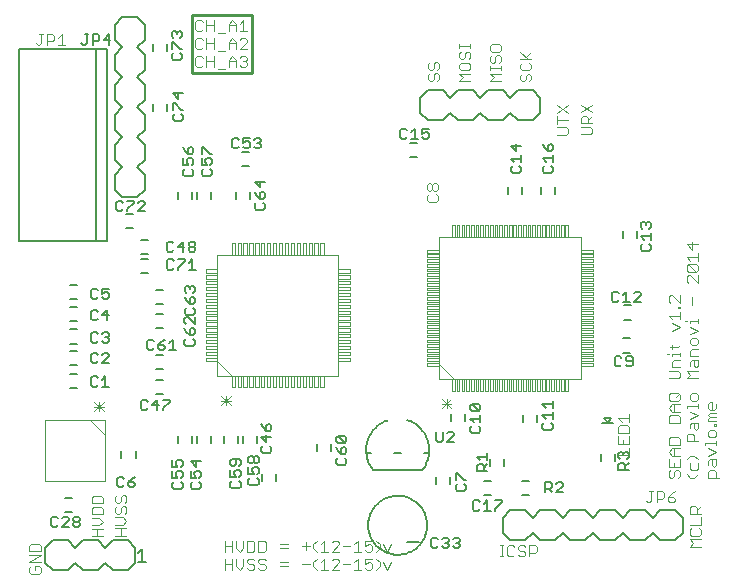
<source format=gto>
G75*
%MOIN*%
%OFA0B0*%
%FSLAX24Y24*%
%IPPOS*%
%LPD*%
%AMOC8*
5,1,8,0,0,1.08239X$1,22.5*
%
%ADD10C,0.0030*%
%ADD11C,0.0100*%
%ADD12C,0.0000*%
%ADD13C,0.0060*%
%ADD14C,0.0080*%
%ADD15C,0.0050*%
%ADD16C,0.0040*%
D10*
X000557Y000549D02*
X000803Y000549D01*
X000865Y000611D01*
X000865Y000734D01*
X000803Y000796D01*
X000680Y000796D01*
X000680Y000672D01*
X000557Y000549D02*
X000495Y000611D01*
X000495Y000734D01*
X000557Y000796D01*
X000495Y000917D02*
X000865Y001164D01*
X000495Y001164D01*
X000495Y001286D02*
X000495Y001471D01*
X000557Y001533D01*
X000803Y001533D01*
X000865Y001471D01*
X000865Y001286D01*
X000495Y001286D01*
X000495Y000917D02*
X000865Y000917D01*
X002570Y001785D02*
X002940Y001785D01*
X002755Y001785D02*
X002755Y002032D01*
X002817Y002154D02*
X002570Y002154D01*
X002570Y002032D02*
X002940Y002032D01*
X002817Y002154D02*
X002940Y002277D01*
X002817Y002400D01*
X002570Y002400D01*
X002570Y002522D02*
X002570Y002707D01*
X002631Y002769D01*
X002878Y002769D01*
X002940Y002707D01*
X002940Y002522D01*
X002570Y002522D01*
X002570Y002890D02*
X002570Y003075D01*
X002631Y003137D01*
X002878Y003137D01*
X002940Y003075D01*
X002940Y002890D01*
X002570Y002890D01*
X003361Y002976D02*
X003423Y002914D01*
X003484Y002914D01*
X003546Y002976D01*
X003546Y003099D01*
X003608Y003161D01*
X003670Y003161D01*
X003731Y003099D01*
X003731Y002976D01*
X003670Y002914D01*
X003670Y002792D02*
X003731Y002731D01*
X003731Y002607D01*
X003670Y002545D01*
X003608Y002424D02*
X003361Y002424D01*
X003423Y002545D02*
X003361Y002607D01*
X003361Y002731D01*
X003423Y002792D01*
X003546Y002731D02*
X003608Y002792D01*
X003670Y002792D01*
X003546Y002731D02*
X003546Y002607D01*
X003484Y002545D01*
X003423Y002545D01*
X003608Y002424D02*
X003731Y002301D01*
X003608Y002177D01*
X003361Y002177D01*
X003361Y002056D02*
X003731Y002056D01*
X003546Y002056D02*
X003546Y001809D01*
X003731Y001809D02*
X003361Y001809D01*
X003361Y002976D02*
X003361Y003099D01*
X003423Y003161D01*
X002967Y005951D02*
X002653Y006265D01*
X002653Y006108D02*
X002967Y006108D01*
X002967Y006265D02*
X002653Y005951D01*
X002810Y005951D02*
X002810Y006265D01*
X006893Y006312D02*
X007207Y006312D01*
X007207Y006469D02*
X006893Y006155D01*
X007050Y006155D02*
X007050Y006469D01*
X006893Y006469D02*
X007207Y006155D01*
X007260Y001645D02*
X007260Y001275D01*
X007382Y001398D02*
X007505Y001275D01*
X007628Y001398D01*
X007628Y001645D01*
X007750Y001645D02*
X007935Y001645D01*
X007997Y001584D01*
X007997Y001337D01*
X007935Y001275D01*
X007750Y001275D01*
X007750Y001645D01*
X007382Y001645D02*
X007382Y001398D01*
X007260Y001460D02*
X007013Y001460D01*
X007013Y001275D02*
X007013Y001645D01*
X007013Y001045D02*
X007013Y000675D01*
X007013Y000860D02*
X007260Y000860D01*
X007382Y000798D02*
X007505Y000675D01*
X007628Y000798D01*
X007628Y001045D01*
X007750Y000984D02*
X007750Y000922D01*
X007812Y000860D01*
X007935Y000860D01*
X007997Y000798D01*
X007997Y000737D01*
X007935Y000675D01*
X007812Y000675D01*
X007750Y000737D01*
X007382Y000798D02*
X007382Y001045D01*
X007260Y001045D02*
X007260Y000675D01*
X007750Y000984D02*
X007812Y001045D01*
X007935Y001045D01*
X007997Y000984D01*
X008118Y000984D02*
X008118Y000922D01*
X008180Y000860D01*
X008303Y000860D01*
X008365Y000798D01*
X008365Y000737D01*
X008303Y000675D01*
X008180Y000675D01*
X008118Y000737D01*
X008118Y000984D02*
X008180Y001045D01*
X008303Y001045D01*
X008365Y000984D01*
X008303Y001275D02*
X008118Y001275D01*
X008118Y001645D01*
X008303Y001645D01*
X008365Y001584D01*
X008365Y001337D01*
X008303Y001275D01*
X008855Y001398D02*
X009102Y001398D01*
X009102Y001522D02*
X008855Y001522D01*
X008855Y000922D02*
X009102Y000922D01*
X009102Y000798D02*
X008855Y000798D01*
X009591Y000860D02*
X009838Y000860D01*
X009960Y000798D02*
X010083Y000675D01*
X010205Y000675D02*
X010452Y000675D01*
X010574Y000675D02*
X010821Y000922D01*
X010821Y000984D01*
X010759Y001045D01*
X010635Y001045D01*
X010574Y000984D01*
X010329Y001045D02*
X010205Y000922D01*
X010083Y001045D02*
X009960Y000922D01*
X009960Y000798D01*
X010329Y000675D02*
X010329Y001045D01*
X010329Y001275D02*
X010329Y001645D01*
X010205Y001522D01*
X010083Y001645D02*
X009960Y001522D01*
X009960Y001398D01*
X010083Y001275D01*
X010205Y001275D02*
X010452Y001275D01*
X010574Y001275D02*
X010821Y001522D01*
X010821Y001584D01*
X010759Y001645D01*
X010635Y001645D01*
X010574Y001584D01*
X010574Y001275D02*
X010821Y001275D01*
X010942Y001460D02*
X011189Y001460D01*
X011310Y001522D02*
X011434Y001645D01*
X011434Y001275D01*
X011557Y001275D02*
X011310Y001275D01*
X011434Y001045D02*
X011434Y000675D01*
X011557Y000675D02*
X011310Y000675D01*
X011189Y000860D02*
X010942Y000860D01*
X010821Y000675D02*
X010574Y000675D01*
X011310Y000922D02*
X011434Y001045D01*
X011679Y001045D02*
X011679Y000860D01*
X011802Y000922D01*
X011864Y000922D01*
X011925Y000860D01*
X011925Y000737D01*
X011864Y000675D01*
X011740Y000675D01*
X011679Y000737D01*
X012047Y000675D02*
X012170Y000798D01*
X012170Y000922D01*
X012047Y001045D01*
X011925Y001045D02*
X011679Y001045D01*
X011740Y001275D02*
X011679Y001337D01*
X011740Y001275D02*
X011864Y001275D01*
X011925Y001337D01*
X011925Y001460D01*
X011864Y001522D01*
X011802Y001522D01*
X011679Y001460D01*
X011679Y001645D01*
X011925Y001645D01*
X012047Y001645D02*
X012170Y001522D01*
X012170Y001398D01*
X012047Y001275D01*
X012292Y001522D02*
X012416Y001275D01*
X012539Y001522D01*
X012539Y000922D02*
X012416Y000675D01*
X012292Y000922D01*
X009838Y001460D02*
X009591Y001460D01*
X009715Y001337D02*
X009715Y001584D01*
X014243Y006055D02*
X014557Y006369D01*
X014557Y006212D02*
X014243Y006212D01*
X014243Y006369D02*
X014557Y006055D01*
X014400Y006055D02*
X014400Y006369D01*
X020110Y005730D02*
X020480Y005730D01*
X020480Y005607D02*
X020480Y005854D01*
X020233Y005607D02*
X020110Y005730D01*
X020171Y005485D02*
X020110Y005424D01*
X020110Y005238D01*
X020480Y005238D01*
X020480Y005424D01*
X020418Y005485D01*
X020171Y005485D01*
X020110Y005117D02*
X020110Y004870D01*
X020480Y004870D01*
X020480Y005117D01*
X020295Y004993D02*
X020295Y004870D01*
X020480Y004749D02*
X020480Y004502D01*
X020110Y004502D01*
X021162Y003289D02*
X021285Y003289D01*
X021223Y003289D02*
X021223Y002981D01*
X021162Y002919D01*
X021100Y002919D01*
X021038Y002981D01*
X021407Y003043D02*
X021592Y003043D01*
X021653Y003104D01*
X021653Y003228D01*
X021592Y003289D01*
X021407Y003289D01*
X021407Y002919D01*
X021775Y002981D02*
X021837Y002919D01*
X021960Y002919D01*
X022022Y002981D01*
X022022Y003043D01*
X021960Y003104D01*
X021775Y003104D01*
X021775Y002981D01*
X021775Y003104D02*
X021898Y003228D01*
X022022Y003289D01*
X022111Y003738D02*
X022173Y003800D01*
X022173Y003923D01*
X022111Y003985D01*
X022050Y003985D01*
X021988Y003923D01*
X021988Y003800D01*
X021926Y003738D01*
X021864Y003738D01*
X021803Y003800D01*
X021803Y003923D01*
X021864Y003985D01*
X021803Y004106D02*
X022173Y004106D01*
X022173Y004353D01*
X022173Y004475D02*
X021926Y004475D01*
X021803Y004598D01*
X021926Y004721D01*
X022173Y004721D01*
X022173Y004843D02*
X022173Y005028D01*
X022111Y005090D01*
X021864Y005090D01*
X021803Y005028D01*
X021803Y004843D01*
X022173Y004843D01*
X021988Y004721D02*
X021988Y004475D01*
X021803Y004353D02*
X021803Y004106D01*
X021988Y004106D02*
X021988Y004230D01*
X022403Y004352D02*
X022526Y004475D01*
X022650Y004475D01*
X022773Y004352D01*
X022773Y004230D02*
X022773Y004045D01*
X022711Y003984D01*
X022588Y003984D01*
X022526Y004045D01*
X022526Y004230D01*
X022403Y003861D02*
X022526Y003738D01*
X022650Y003738D01*
X022773Y003861D01*
X023126Y003923D02*
X023126Y003738D01*
X023496Y003738D01*
X023373Y003738D02*
X023373Y003923D01*
X023311Y003985D01*
X023188Y003985D01*
X023126Y003923D01*
X023126Y004168D02*
X023126Y004291D01*
X023188Y004353D01*
X023373Y004353D01*
X023373Y004168D01*
X023311Y004106D01*
X023250Y004168D01*
X023250Y004353D01*
X023126Y004475D02*
X023373Y004598D01*
X023126Y004721D01*
X023003Y004843D02*
X023003Y004905D01*
X023373Y004905D01*
X023373Y004966D02*
X023373Y004843D01*
X023311Y005088D02*
X023188Y005088D01*
X023126Y005150D01*
X023126Y005274D01*
X023188Y005335D01*
X023311Y005335D01*
X023373Y005274D01*
X023373Y005150D01*
X023311Y005088D01*
X023311Y005457D02*
X023311Y005519D01*
X023373Y005519D01*
X023373Y005457D01*
X023311Y005457D01*
X023373Y005641D02*
X023126Y005641D01*
X023126Y005703D01*
X023188Y005764D01*
X023126Y005826D01*
X023188Y005888D01*
X023373Y005888D01*
X023373Y005764D02*
X023188Y005764D01*
X023188Y006009D02*
X023126Y006071D01*
X023126Y006194D01*
X023188Y006256D01*
X023250Y006256D01*
X023250Y006009D01*
X023311Y006009D02*
X023188Y006009D01*
X023311Y006009D02*
X023373Y006071D01*
X023373Y006194D01*
X022773Y006194D02*
X022773Y006071D01*
X022773Y006132D02*
X022403Y006132D01*
X022403Y006071D01*
X022526Y005949D02*
X022773Y005826D01*
X022526Y005702D01*
X022588Y005581D02*
X022526Y005519D01*
X022526Y005396D01*
X022650Y005396D02*
X022650Y005581D01*
X022588Y005581D02*
X022773Y005581D01*
X022773Y005396D01*
X022711Y005334D01*
X022650Y005396D01*
X022588Y005213D02*
X022464Y005213D01*
X022403Y005151D01*
X022403Y004966D01*
X022773Y004966D01*
X022650Y004966D02*
X022650Y005151D01*
X022588Y005213D01*
X022173Y005580D02*
X022173Y005765D01*
X022111Y005826D01*
X021864Y005826D01*
X021803Y005765D01*
X021803Y005580D01*
X022173Y005580D01*
X022173Y005948D02*
X021926Y005948D01*
X021803Y006071D01*
X021926Y006195D01*
X022173Y006195D01*
X022111Y006316D02*
X021864Y006316D01*
X021803Y006378D01*
X021803Y006501D01*
X021864Y006563D01*
X022111Y006563D01*
X022173Y006501D01*
X022173Y006378D01*
X022111Y006316D01*
X022050Y006440D02*
X022173Y006563D01*
X022526Y006501D02*
X022526Y006378D01*
X022588Y006316D01*
X022711Y006316D01*
X022773Y006378D01*
X022773Y006501D01*
X022711Y006563D01*
X022588Y006563D01*
X022526Y006501D01*
X021988Y006195D02*
X021988Y005948D01*
X022111Y007053D02*
X021803Y007053D01*
X021803Y007300D02*
X022111Y007300D01*
X022173Y007238D01*
X022173Y007115D01*
X022111Y007053D01*
X022403Y007053D02*
X022526Y007176D01*
X022403Y007300D01*
X022773Y007300D01*
X022711Y007421D02*
X022650Y007483D01*
X022650Y007668D01*
X022588Y007668D02*
X022773Y007668D01*
X022773Y007483D01*
X022711Y007421D01*
X022526Y007483D02*
X022526Y007606D01*
X022588Y007668D01*
X022526Y007789D02*
X022773Y007789D01*
X022526Y007789D02*
X022526Y007975D01*
X022588Y008036D01*
X022773Y008036D01*
X022711Y008158D02*
X022773Y008219D01*
X022773Y008343D01*
X022711Y008405D01*
X022588Y008405D01*
X022526Y008343D01*
X022526Y008219D01*
X022588Y008158D01*
X022711Y008158D01*
X022526Y008526D02*
X022773Y008650D01*
X022526Y008773D01*
X022526Y008894D02*
X022526Y008956D01*
X022773Y008956D01*
X022773Y008894D02*
X022773Y009018D01*
X022403Y008956D02*
X022341Y008956D01*
X022173Y009017D02*
X022173Y009264D01*
X022173Y009385D02*
X022173Y009447D01*
X022111Y009447D01*
X022111Y009385D01*
X022173Y009385D01*
X022173Y009570D02*
X021926Y009817D01*
X021864Y009817D01*
X021803Y009755D01*
X021803Y009631D01*
X021864Y009570D01*
X022173Y009570D02*
X022173Y009817D01*
X022588Y009755D02*
X022588Y009508D01*
X022173Y009141D02*
X021803Y009141D01*
X021926Y009017D01*
X021926Y008896D02*
X022173Y008772D01*
X021926Y008649D01*
X021926Y008158D02*
X021926Y008035D01*
X021864Y008097D02*
X022111Y008097D01*
X022173Y008158D01*
X022173Y007913D02*
X022173Y007789D01*
X022173Y007851D02*
X021926Y007851D01*
X021926Y007789D01*
X021988Y007668D02*
X022173Y007668D01*
X021988Y007668D02*
X021926Y007606D01*
X021926Y007421D01*
X022173Y007421D01*
X022403Y007053D02*
X022773Y007053D01*
X021803Y007851D02*
X021741Y007851D01*
X022464Y010245D02*
X022403Y010307D01*
X022403Y010430D01*
X022464Y010492D01*
X022526Y010492D01*
X022773Y010245D01*
X022773Y010492D01*
X022711Y010613D02*
X022464Y010613D01*
X022403Y010675D01*
X022403Y010798D01*
X022464Y010860D01*
X022711Y010613D01*
X022773Y010675D01*
X022773Y010798D01*
X022711Y010860D01*
X022464Y010860D01*
X022526Y010982D02*
X022403Y011105D01*
X022773Y011105D01*
X022773Y010982D02*
X022773Y011228D01*
X022588Y011350D02*
X022588Y011597D01*
X022773Y011535D02*
X022403Y011535D01*
X022588Y011350D01*
X019185Y015187D02*
X018877Y015187D01*
X018877Y015434D02*
X019185Y015434D01*
X019247Y015372D01*
X019247Y015249D01*
X019185Y015187D01*
X019124Y015555D02*
X019124Y015740D01*
X019062Y015802D01*
X018938Y015802D01*
X018877Y015740D01*
X018877Y015555D01*
X019247Y015555D01*
X019124Y015679D02*
X019247Y015802D01*
X019247Y015923D02*
X018877Y016170D01*
X018877Y015923D02*
X019247Y016170D01*
X018448Y016155D02*
X018078Y015908D01*
X018078Y015786D02*
X018078Y015539D01*
X018078Y015418D02*
X018386Y015418D01*
X018448Y015356D01*
X018448Y015233D01*
X018386Y015171D01*
X018078Y015171D01*
X018078Y015663D02*
X018448Y015663D01*
X018448Y015908D02*
X018078Y016155D01*
X017223Y017024D02*
X017162Y016962D01*
X017223Y017024D02*
X017223Y017148D01*
X017162Y017209D01*
X017100Y017209D01*
X017038Y017148D01*
X017038Y017024D01*
X016977Y016962D01*
X016915Y016962D01*
X016853Y017024D01*
X016853Y017148D01*
X016915Y017209D01*
X016915Y017331D02*
X017162Y017331D01*
X017223Y017392D01*
X017223Y017516D01*
X017162Y017578D01*
X017223Y017699D02*
X016853Y017699D01*
X016915Y017578D02*
X016853Y017516D01*
X016853Y017392D01*
X016915Y017331D01*
X017100Y017699D02*
X016853Y017946D01*
X017038Y017761D02*
X017223Y017946D01*
X016216Y018006D02*
X016154Y017945D01*
X015907Y017945D01*
X015845Y018006D01*
X015845Y018130D01*
X015907Y018191D01*
X016154Y018191D01*
X016216Y018130D01*
X016216Y018006D01*
X016154Y017823D02*
X016216Y017761D01*
X016216Y017638D01*
X016154Y017576D01*
X016216Y017454D02*
X016216Y017331D01*
X016216Y017392D02*
X015845Y017392D01*
X015845Y017331D02*
X015845Y017454D01*
X015907Y017576D02*
X015969Y017576D01*
X016030Y017638D01*
X016030Y017761D01*
X016092Y017823D01*
X016154Y017823D01*
X015907Y017823D02*
X015845Y017761D01*
X015845Y017638D01*
X015907Y017576D01*
X015845Y017209D02*
X016216Y017209D01*
X016216Y016962D02*
X015845Y016962D01*
X015969Y017086D01*
X015845Y017209D01*
X015196Y017209D02*
X014826Y017209D01*
X014949Y017086D01*
X014826Y016962D01*
X015196Y016962D01*
X015134Y017331D02*
X014887Y017331D01*
X014826Y017392D01*
X014826Y017516D01*
X014887Y017578D01*
X015134Y017578D01*
X015196Y017516D01*
X015196Y017392D01*
X015134Y017331D01*
X015134Y017699D02*
X015196Y017761D01*
X015196Y017884D01*
X015134Y017946D01*
X015072Y017946D01*
X015011Y017884D01*
X015011Y017761D01*
X014949Y017699D01*
X014887Y017699D01*
X014826Y017761D01*
X014826Y017884D01*
X014887Y017946D01*
X014826Y018067D02*
X014826Y018191D01*
X014826Y018129D02*
X015196Y018129D01*
X015196Y018067D02*
X015196Y018191D01*
X014153Y017528D02*
X014153Y017404D01*
X014091Y017343D01*
X014091Y017221D02*
X014029Y017221D01*
X013967Y017159D01*
X013967Y017036D01*
X013906Y016974D01*
X013844Y016974D01*
X013782Y017036D01*
X013782Y017159D01*
X013844Y017221D01*
X013844Y017343D02*
X013782Y017404D01*
X013782Y017528D01*
X013844Y017589D01*
X013967Y017528D02*
X014029Y017589D01*
X014091Y017589D01*
X014153Y017528D01*
X013967Y017528D02*
X013967Y017404D01*
X013906Y017343D01*
X013844Y017343D01*
X014091Y017221D02*
X014153Y017159D01*
X014153Y017036D01*
X014091Y016974D01*
X007749Y017497D02*
X007687Y017435D01*
X007564Y017435D01*
X007502Y017497D01*
X007381Y017435D02*
X007381Y017682D01*
X007257Y017805D01*
X007134Y017682D01*
X007134Y017435D01*
X007013Y017373D02*
X006766Y017373D01*
X006644Y017435D02*
X006644Y017805D01*
X006644Y017620D02*
X006397Y017620D01*
X006276Y017497D02*
X006214Y017435D01*
X006091Y017435D01*
X006029Y017497D01*
X006029Y017743D01*
X006091Y017805D01*
X006214Y017805D01*
X006276Y017743D01*
X006397Y017805D02*
X006397Y017435D01*
X006766Y017973D02*
X007013Y017973D01*
X007134Y018035D02*
X007134Y018282D01*
X007257Y018405D01*
X007381Y018282D01*
X007381Y018035D01*
X007502Y018035D02*
X007749Y018282D01*
X007749Y018343D01*
X007687Y018405D01*
X007564Y018405D01*
X007502Y018343D01*
X007381Y018220D02*
X007134Y018220D01*
X007013Y018573D02*
X006766Y018573D01*
X006644Y018635D02*
X006644Y019005D01*
X006644Y018820D02*
X006397Y018820D01*
X006276Y018697D02*
X006214Y018635D01*
X006091Y018635D01*
X006029Y018697D01*
X006029Y018943D01*
X006091Y019005D01*
X006214Y019005D01*
X006276Y018943D01*
X006397Y019005D02*
X006397Y018635D01*
X006397Y018405D02*
X006397Y018035D01*
X006276Y018097D02*
X006214Y018035D01*
X006091Y018035D01*
X006029Y018097D01*
X006029Y018343D01*
X006091Y018405D01*
X006214Y018405D01*
X006276Y018343D01*
X006397Y018220D02*
X006644Y018220D01*
X006644Y018405D02*
X006644Y018035D01*
X007134Y017620D02*
X007381Y017620D01*
X007502Y017743D02*
X007564Y017805D01*
X007687Y017805D01*
X007749Y017743D01*
X007749Y017682D01*
X007687Y017620D01*
X007749Y017558D01*
X007749Y017497D01*
X007687Y017620D02*
X007626Y017620D01*
X007749Y018035D02*
X007502Y018035D01*
X007502Y018635D02*
X007749Y018635D01*
X007626Y018635D02*
X007626Y019005D01*
X007502Y018882D01*
X007381Y018882D02*
X007381Y018635D01*
X007381Y018820D02*
X007134Y018820D01*
X007134Y018882D02*
X007257Y019005D01*
X007381Y018882D01*
X007134Y018882D02*
X007134Y018635D01*
X001689Y018161D02*
X001442Y018161D01*
X001566Y018161D02*
X001566Y018531D01*
X001442Y018408D01*
X001321Y018469D02*
X001321Y018346D01*
X001259Y018284D01*
X001074Y018284D01*
X001074Y018161D02*
X001074Y018531D01*
X001259Y018531D01*
X001321Y018469D01*
X000952Y018531D02*
X000829Y018531D01*
X000891Y018531D02*
X000891Y018223D01*
X000829Y018161D01*
X000767Y018161D01*
X000706Y018223D01*
X016171Y001490D02*
X016294Y001490D01*
X016232Y001490D02*
X016232Y001120D01*
X016171Y001120D02*
X016294Y001120D01*
X016416Y001182D02*
X016478Y001120D01*
X016601Y001120D01*
X016663Y001182D01*
X016785Y001182D02*
X016846Y001120D01*
X016970Y001120D01*
X017031Y001182D01*
X017031Y001243D01*
X016970Y001305D01*
X016846Y001305D01*
X016785Y001367D01*
X016785Y001428D01*
X016846Y001490D01*
X016970Y001490D01*
X017031Y001428D01*
X017153Y001490D02*
X017338Y001490D01*
X017400Y001428D01*
X017400Y001305D01*
X017338Y001243D01*
X017153Y001243D01*
X017153Y001120D02*
X017153Y001490D01*
X016663Y001428D02*
X016601Y001490D01*
X016478Y001490D01*
X016416Y001428D01*
X016416Y001182D01*
X022499Y001439D02*
X022622Y001562D01*
X022499Y001686D01*
X022869Y001686D01*
X022807Y001807D02*
X022560Y001807D01*
X022499Y001869D01*
X022499Y001992D01*
X022560Y002054D01*
X022499Y002175D02*
X022869Y002175D01*
X022869Y002422D01*
X022869Y002544D02*
X022499Y002544D01*
X022499Y002729D01*
X022560Y002791D01*
X022684Y002791D01*
X022746Y002729D01*
X022746Y002544D01*
X022746Y002667D02*
X022869Y002791D01*
X022807Y002054D02*
X022869Y001992D01*
X022869Y001869D01*
X022807Y001807D01*
X022869Y001439D02*
X022499Y001439D01*
D11*
X007900Y017231D02*
X005927Y017231D01*
X005927Y019160D01*
X006034Y019160D01*
X006034Y019156D01*
X006034Y019160D02*
X007904Y019160D01*
X007900Y017231D01*
D12*
X014160Y011770D02*
X014160Y007050D01*
X018880Y007050D01*
X018880Y011770D01*
X014160Y011770D01*
X014590Y011770D02*
X014590Y012170D01*
X014680Y012170D01*
X014680Y011770D01*
X014590Y011770D01*
X014740Y011770D02*
X014740Y012170D01*
X014830Y012170D01*
X014830Y011770D01*
X014740Y011770D01*
X014900Y011770D02*
X014900Y012170D01*
X014990Y012170D01*
X014990Y011770D01*
X014900Y011770D01*
X015060Y011770D02*
X015060Y012170D01*
X015150Y012170D01*
X015150Y011770D01*
X015060Y011770D01*
X015220Y011770D02*
X015220Y012170D01*
X015310Y012170D01*
X015310Y011770D01*
X015220Y011770D01*
X015370Y011770D02*
X015370Y012170D01*
X015460Y012170D01*
X015460Y011770D01*
X015370Y011770D01*
X015530Y011770D02*
X015530Y012170D01*
X015620Y012170D01*
X015620Y011770D01*
X015530Y011770D01*
X015690Y011770D02*
X015690Y012170D01*
X015780Y012170D01*
X015780Y011770D01*
X015690Y011770D01*
X015850Y011770D02*
X015850Y012170D01*
X015940Y012170D01*
X015940Y011770D01*
X015850Y011770D01*
X016000Y011770D02*
X016000Y012170D01*
X016090Y012170D01*
X016090Y011770D01*
X016000Y011770D01*
X016160Y011770D02*
X016160Y012170D01*
X016250Y012170D01*
X016250Y011770D01*
X016160Y011770D01*
X016320Y011770D02*
X016320Y012170D01*
X016410Y012170D01*
X016410Y011770D01*
X016320Y011770D01*
X016480Y011770D02*
X016480Y012170D01*
X016570Y012170D01*
X016570Y011770D01*
X016480Y011770D01*
X016630Y011770D02*
X016630Y012170D01*
X016720Y012170D01*
X016720Y011770D01*
X016630Y011770D01*
X016790Y011770D02*
X016790Y012170D01*
X016880Y012170D01*
X016880Y011770D01*
X016790Y011770D01*
X016950Y011770D02*
X016950Y012170D01*
X017040Y012170D01*
X017040Y011770D01*
X016950Y011770D01*
X017100Y011770D02*
X017100Y012170D01*
X017190Y012170D01*
X017190Y011770D01*
X017100Y011770D01*
X017260Y011770D02*
X017260Y012170D01*
X017350Y012170D01*
X017350Y011770D01*
X017260Y011770D01*
X017420Y011770D02*
X017420Y012170D01*
X017510Y012170D01*
X017510Y011770D01*
X017420Y011770D01*
X017580Y011770D02*
X017580Y012170D01*
X017670Y012170D01*
X017670Y011770D01*
X017580Y011770D01*
X017730Y011770D02*
X017730Y012170D01*
X017820Y012170D01*
X017820Y011770D01*
X017730Y011770D01*
X017890Y011770D02*
X017890Y012170D01*
X017980Y012170D01*
X017980Y011770D01*
X017890Y011770D01*
X018050Y011770D02*
X018050Y012170D01*
X018140Y012170D01*
X018140Y011770D01*
X018050Y011770D01*
X018210Y011770D02*
X018210Y012170D01*
X018300Y012170D01*
X018300Y011770D01*
X018210Y011770D01*
X018360Y011770D02*
X018360Y012170D01*
X018450Y012170D01*
X018450Y011770D01*
X018360Y011770D01*
X018880Y011340D02*
X019280Y011340D01*
X019280Y011250D01*
X018880Y011250D01*
X018880Y011340D01*
X018880Y011190D02*
X019280Y011190D01*
X019280Y011100D01*
X018880Y011100D01*
X018880Y011190D01*
X018880Y011030D02*
X019280Y011030D01*
X019280Y010940D01*
X018880Y010940D01*
X018880Y011030D01*
X018880Y010870D02*
X019280Y010870D01*
X019280Y010780D01*
X018880Y010780D01*
X018880Y010870D01*
X018880Y010710D02*
X019280Y010710D01*
X019280Y010620D01*
X018880Y010620D01*
X018880Y010710D01*
X018880Y010560D02*
X019280Y010560D01*
X019280Y010470D01*
X018880Y010470D01*
X018880Y010560D01*
X018880Y010400D02*
X019280Y010400D01*
X019280Y010310D01*
X018880Y010310D01*
X018880Y010400D01*
X018880Y010240D02*
X019280Y010240D01*
X019280Y010150D01*
X018880Y010150D01*
X018880Y010240D01*
X018880Y010080D02*
X019280Y010080D01*
X019280Y009990D01*
X018880Y009990D01*
X018880Y010080D01*
X018880Y009930D02*
X019280Y009930D01*
X019280Y009840D01*
X018880Y009840D01*
X018880Y009930D01*
X018880Y009770D02*
X019280Y009770D01*
X019280Y009680D01*
X018880Y009680D01*
X018880Y009770D01*
X018880Y009610D02*
X019280Y009610D01*
X019280Y009520D01*
X018880Y009520D01*
X018880Y009610D01*
X018880Y009450D02*
X019280Y009450D01*
X019280Y009360D01*
X018880Y009360D01*
X018880Y009450D01*
X018880Y009300D02*
X019280Y009300D01*
X019280Y009210D01*
X018880Y009210D01*
X018880Y009300D01*
X018880Y009140D02*
X019280Y009140D01*
X019280Y009050D01*
X018880Y009050D01*
X018880Y009140D01*
X018880Y008980D02*
X019280Y008980D01*
X019280Y008890D01*
X018880Y008890D01*
X018880Y008980D01*
X018880Y008830D02*
X019280Y008830D01*
X019280Y008740D01*
X018880Y008740D01*
X018880Y008830D01*
X018880Y008670D02*
X019280Y008670D01*
X019280Y008580D01*
X018880Y008580D01*
X018880Y008670D01*
X018880Y008510D02*
X019280Y008510D01*
X019280Y008420D01*
X018880Y008420D01*
X018880Y008510D01*
X018880Y008350D02*
X019280Y008350D01*
X019280Y008260D01*
X018880Y008260D01*
X018880Y008350D01*
X018880Y008200D02*
X019280Y008200D01*
X019280Y008110D01*
X018880Y008110D01*
X018880Y008200D01*
X018880Y008040D02*
X019280Y008040D01*
X019280Y007950D01*
X018880Y007950D01*
X018880Y008040D01*
X018880Y007880D02*
X019280Y007880D01*
X019280Y007790D01*
X018880Y007790D01*
X018880Y007880D01*
X018880Y007720D02*
X019280Y007720D01*
X019280Y007630D01*
X018880Y007630D01*
X018880Y007720D01*
X018880Y007570D02*
X019280Y007570D01*
X019280Y007480D01*
X018880Y007480D01*
X018880Y007570D01*
X018450Y007050D02*
X018360Y007050D01*
X018360Y006650D01*
X018450Y006650D01*
X018450Y007050D01*
X018300Y007050D02*
X018300Y006650D01*
X018210Y006650D01*
X018210Y007050D01*
X018300Y007050D01*
X018140Y007050D02*
X018140Y006650D01*
X018050Y006650D01*
X018050Y007050D01*
X018140Y007050D01*
X017980Y007050D02*
X017980Y006650D01*
X017890Y006650D01*
X017890Y007050D01*
X017980Y007050D01*
X017820Y007050D02*
X017820Y006650D01*
X017730Y006650D01*
X017730Y007050D01*
X017820Y007050D01*
X017670Y007050D02*
X017670Y006650D01*
X017580Y006650D01*
X017580Y007050D01*
X017670Y007050D01*
X017510Y007050D02*
X017510Y006650D01*
X017420Y006650D01*
X017420Y007050D01*
X017510Y007050D01*
X017350Y007050D02*
X017350Y006650D01*
X017260Y006650D01*
X017260Y007050D01*
X017350Y007050D01*
X017190Y007050D02*
X017190Y006650D01*
X017100Y006650D01*
X017100Y007050D01*
X017190Y007050D01*
X017040Y007050D02*
X017040Y006650D01*
X016950Y006650D01*
X016950Y007050D01*
X017040Y007050D01*
X016880Y007050D02*
X016880Y006650D01*
X016790Y006650D01*
X016790Y007050D01*
X016880Y007050D01*
X016720Y007050D02*
X016720Y006650D01*
X016630Y006650D01*
X016630Y007050D01*
X016720Y007050D01*
X016560Y007050D02*
X016560Y006650D01*
X016470Y006650D01*
X016470Y007050D01*
X016560Y007050D01*
X016410Y007050D02*
X016410Y006650D01*
X016320Y006650D01*
X016320Y007050D01*
X016410Y007050D01*
X016250Y007050D02*
X016250Y006650D01*
X016160Y006650D01*
X016160Y007050D01*
X016250Y007050D01*
X016090Y007050D02*
X016090Y006650D01*
X016000Y006650D01*
X016000Y007050D01*
X016090Y007050D01*
X015940Y007050D02*
X015940Y006650D01*
X015850Y006650D01*
X015850Y007050D01*
X015940Y007050D01*
X015780Y007050D02*
X015780Y006650D01*
X015690Y006650D01*
X015690Y007050D01*
X015780Y007050D01*
X015620Y007050D02*
X015620Y006650D01*
X015530Y006650D01*
X015530Y007050D01*
X015620Y007050D01*
X015460Y007050D02*
X015460Y006650D01*
X015370Y006650D01*
X015370Y007050D01*
X015460Y007050D01*
X015310Y007050D02*
X015310Y006650D01*
X015220Y006650D01*
X015220Y007050D01*
X015310Y007050D01*
X015150Y007050D02*
X015150Y006650D01*
X015060Y006650D01*
X015060Y007050D01*
X015150Y007050D01*
X014990Y007050D02*
X014990Y006650D01*
X014900Y006650D01*
X014900Y007050D01*
X014990Y007050D01*
X014830Y007050D02*
X014830Y006650D01*
X014740Y006650D01*
X014740Y007050D01*
X014830Y007050D01*
X014680Y007050D02*
X014680Y006650D01*
X014590Y006650D01*
X014590Y007050D01*
X014660Y007050D01*
X014160Y007550D01*
X014160Y007570D01*
X013760Y007570D01*
X013760Y007480D01*
X014160Y007480D01*
X014160Y007550D01*
X014160Y007630D02*
X013760Y007630D01*
X013760Y007720D01*
X014160Y007720D01*
X014160Y007630D01*
X014160Y007790D02*
X013760Y007790D01*
X013760Y007880D01*
X014160Y007880D01*
X014160Y007790D01*
X014160Y007950D02*
X013760Y007950D01*
X013760Y008040D01*
X014160Y008040D01*
X014160Y007950D01*
X014160Y008110D02*
X013760Y008110D01*
X013760Y008200D01*
X014160Y008200D01*
X014160Y008110D01*
X014160Y008260D02*
X013760Y008260D01*
X013760Y008350D01*
X014160Y008350D01*
X014160Y008260D01*
X014160Y008420D02*
X013760Y008420D01*
X013760Y008510D01*
X014160Y008510D01*
X014160Y008420D01*
X014160Y008580D02*
X013760Y008580D01*
X013760Y008670D01*
X014160Y008670D01*
X014160Y008580D01*
X014160Y008740D02*
X013760Y008740D01*
X013760Y008830D01*
X014160Y008830D01*
X014160Y008740D01*
X014160Y008890D02*
X013760Y008890D01*
X013760Y008980D01*
X014160Y008980D01*
X014160Y008890D01*
X014160Y009050D02*
X013760Y009050D01*
X013760Y009140D01*
X014160Y009140D01*
X014160Y009050D01*
X014160Y009210D02*
X013760Y009210D01*
X013760Y009300D01*
X014160Y009300D01*
X014160Y009210D01*
X014160Y009370D02*
X013760Y009370D01*
X013760Y009460D01*
X014160Y009460D01*
X014160Y009370D01*
X014160Y009520D02*
X013760Y009520D01*
X013760Y009610D01*
X014160Y009610D01*
X014160Y009520D01*
X014160Y009680D02*
X013760Y009680D01*
X013760Y009770D01*
X014160Y009770D01*
X014160Y009680D01*
X014160Y009840D02*
X013760Y009840D01*
X013760Y009930D01*
X014160Y009930D01*
X014160Y009840D01*
X014160Y009990D02*
X013760Y009990D01*
X013760Y010080D01*
X014160Y010080D01*
X014160Y009990D01*
X014160Y010150D02*
X013760Y010150D01*
X013760Y010240D01*
X014160Y010240D01*
X014160Y010150D01*
X014160Y010310D02*
X013760Y010310D01*
X013760Y010400D01*
X014160Y010400D01*
X014160Y010310D01*
X014160Y010470D02*
X013760Y010470D01*
X013760Y010560D01*
X014160Y010560D01*
X014160Y010470D01*
X014160Y010620D02*
X013760Y010620D01*
X013760Y010710D01*
X014160Y010710D01*
X014160Y010620D01*
X014160Y010780D02*
X013760Y010780D01*
X013760Y010870D01*
X014160Y010870D01*
X014160Y010780D01*
X014160Y010940D02*
X013760Y010940D01*
X013760Y011030D01*
X014160Y011030D01*
X014160Y010940D01*
X014160Y011100D02*
X013760Y011100D01*
X013760Y011190D01*
X014160Y011190D01*
X014160Y011100D01*
X014160Y011250D02*
X013760Y011250D01*
X013760Y011340D01*
X014160Y011340D01*
X014160Y011250D01*
X011170Y010690D02*
X010780Y010690D01*
X010780Y010580D01*
X011170Y010580D01*
X011170Y010690D01*
X011170Y010490D02*
X010780Y010490D01*
X010780Y010380D01*
X011170Y010380D01*
X011170Y010490D01*
X011170Y010300D02*
X010780Y010300D01*
X010780Y010190D01*
X011170Y010190D01*
X011170Y010300D01*
X011170Y010100D02*
X010780Y010100D01*
X010780Y009990D01*
X011170Y009990D01*
X011170Y010100D01*
X011170Y009900D02*
X010780Y009900D01*
X010780Y009790D01*
X011170Y009790D01*
X011170Y009900D01*
X011170Y009710D02*
X010780Y009710D01*
X010780Y009600D01*
X011170Y009600D01*
X011170Y009710D01*
X011170Y009510D02*
X010780Y009510D01*
X010780Y009400D01*
X011170Y009400D01*
X011170Y009510D01*
X011170Y009310D02*
X010780Y009310D01*
X010780Y009200D01*
X011170Y009200D01*
X011170Y009310D01*
X011170Y009120D02*
X010780Y009120D01*
X010780Y009010D01*
X011170Y009010D01*
X011170Y009120D01*
X011170Y008920D02*
X010780Y008920D01*
X010780Y008810D01*
X011170Y008810D01*
X011170Y008920D01*
X011170Y008720D02*
X010780Y008720D01*
X010780Y008610D01*
X011170Y008610D01*
X011170Y008720D01*
X011170Y008530D02*
X010780Y008530D01*
X010780Y008420D01*
X011170Y008420D01*
X011170Y008530D01*
X011170Y008330D02*
X010780Y008330D01*
X010780Y008220D01*
X011170Y008220D01*
X011170Y008330D01*
X011170Y008130D02*
X010780Y008130D01*
X010780Y008020D01*
X011170Y008020D01*
X011170Y008130D01*
X011170Y007940D02*
X010780Y007940D01*
X010780Y007830D01*
X011170Y007830D01*
X011170Y007940D01*
X011170Y007740D02*
X010780Y007740D01*
X010780Y007630D01*
X011170Y007630D01*
X011170Y007740D01*
X010780Y007150D02*
X006760Y007150D01*
X006760Y011170D01*
X010780Y011170D01*
X010780Y007150D01*
X010300Y007150D02*
X010300Y006760D01*
X010190Y006760D01*
X010190Y007150D01*
X010300Y007150D01*
X010100Y007150D02*
X010100Y006760D01*
X009990Y006760D01*
X009990Y007150D01*
X010100Y007150D01*
X009910Y007150D02*
X009910Y006760D01*
X009800Y006760D01*
X009800Y007150D01*
X009910Y007150D01*
X009710Y007150D02*
X009710Y006760D01*
X009600Y006760D01*
X009600Y007150D01*
X009710Y007150D01*
X009510Y007150D02*
X009510Y006760D01*
X009400Y006760D01*
X009400Y007150D01*
X009510Y007150D01*
X009320Y007150D02*
X009320Y006760D01*
X009210Y006760D01*
X009210Y007150D01*
X009320Y007150D01*
X009120Y007150D02*
X009120Y006760D01*
X009010Y006760D01*
X009010Y007150D01*
X009120Y007150D01*
X008920Y007150D02*
X008920Y006760D01*
X008810Y006760D01*
X008810Y007150D01*
X008920Y007150D01*
X008730Y007150D02*
X008730Y006760D01*
X008620Y006760D01*
X008620Y007150D01*
X008730Y007150D01*
X008530Y007150D02*
X008530Y006760D01*
X008420Y006760D01*
X008420Y007150D01*
X008530Y007150D01*
X008330Y007150D02*
X008330Y006760D01*
X008220Y006760D01*
X008220Y007150D01*
X008330Y007150D01*
X008140Y007150D02*
X008140Y006760D01*
X008030Y006760D01*
X008030Y007150D01*
X008140Y007150D01*
X007940Y007150D02*
X007940Y006760D01*
X007830Y006760D01*
X007830Y007150D01*
X007940Y007150D01*
X007740Y007150D02*
X007740Y006760D01*
X007630Y006760D01*
X007630Y007150D01*
X007740Y007150D01*
X007550Y007150D02*
X007550Y006760D01*
X007440Y006760D01*
X007440Y007150D01*
X007550Y007150D01*
X007350Y007150D02*
X007350Y006760D01*
X007240Y006760D01*
X007240Y007150D01*
X007260Y007150D01*
X006760Y007650D01*
X006760Y007740D01*
X006370Y007740D01*
X006370Y007630D01*
X006760Y007630D01*
X006760Y007650D01*
X006760Y007830D02*
X006370Y007830D01*
X006370Y007940D01*
X006760Y007940D01*
X006760Y007830D01*
X006760Y008020D02*
X006370Y008020D01*
X006370Y008130D01*
X006760Y008130D01*
X006760Y008020D01*
X006760Y008220D02*
X006370Y008220D01*
X006370Y008330D01*
X006760Y008330D01*
X006760Y008220D01*
X006760Y008420D02*
X006370Y008420D01*
X006370Y008530D01*
X006760Y008530D01*
X006760Y008420D01*
X006760Y008610D02*
X006370Y008610D01*
X006370Y008720D01*
X006760Y008720D01*
X006760Y008610D01*
X006760Y008810D02*
X006370Y008810D01*
X006370Y008920D01*
X006760Y008920D01*
X006760Y008810D01*
X006760Y009010D02*
X006370Y009010D01*
X006370Y009120D01*
X006760Y009120D01*
X006760Y009010D01*
X006760Y009200D02*
X006370Y009200D01*
X006370Y009310D01*
X006760Y009310D01*
X006760Y009200D01*
X006760Y009400D02*
X006370Y009400D01*
X006370Y009510D01*
X006760Y009510D01*
X006760Y009400D01*
X006760Y009600D02*
X006370Y009600D01*
X006370Y009710D01*
X006760Y009710D01*
X006760Y009600D01*
X006760Y009790D02*
X006370Y009790D01*
X006370Y009900D01*
X006760Y009900D01*
X006760Y009790D01*
X006760Y009990D02*
X006370Y009990D01*
X006370Y010100D01*
X006760Y010100D01*
X006760Y009990D01*
X006760Y010190D02*
X006370Y010190D01*
X006370Y010300D01*
X006760Y010300D01*
X006760Y010190D01*
X006760Y010380D02*
X006370Y010380D01*
X006370Y010490D01*
X006760Y010490D01*
X006760Y010380D01*
X006760Y010580D02*
X006370Y010580D01*
X006370Y010690D01*
X006760Y010690D01*
X006760Y010580D01*
X007240Y011170D02*
X007240Y011560D01*
X007350Y011560D01*
X007350Y011170D01*
X007240Y011170D01*
X007440Y011170D02*
X007440Y011560D01*
X007550Y011560D01*
X007550Y011170D01*
X007440Y011170D01*
X007630Y011170D02*
X007630Y011560D01*
X007740Y011560D01*
X007740Y011170D01*
X007630Y011170D01*
X007830Y011170D02*
X007830Y011560D01*
X007940Y011560D01*
X007940Y011170D01*
X007830Y011170D01*
X008030Y011170D02*
X008030Y011560D01*
X008140Y011560D01*
X008140Y011170D01*
X008030Y011170D01*
X008220Y011170D02*
X008220Y011560D01*
X008330Y011560D01*
X008330Y011170D01*
X008220Y011170D01*
X008420Y011170D02*
X008420Y011560D01*
X008530Y011560D01*
X008530Y011170D01*
X008420Y011170D01*
X008620Y011170D02*
X008620Y011560D01*
X008730Y011560D01*
X008730Y011170D01*
X008620Y011170D01*
X008810Y011170D02*
X008810Y011560D01*
X008920Y011560D01*
X008920Y011170D01*
X008810Y011170D01*
X009010Y011170D02*
X009010Y011560D01*
X009120Y011560D01*
X009120Y011170D01*
X009010Y011170D01*
X009210Y011170D02*
X009210Y011560D01*
X009320Y011560D01*
X009320Y011170D01*
X009210Y011170D01*
X009400Y011170D02*
X009400Y011560D01*
X009510Y011560D01*
X009510Y011170D01*
X009400Y011170D01*
X009600Y011170D02*
X009600Y011560D01*
X009710Y011560D01*
X009710Y011170D01*
X009600Y011170D01*
X009800Y011170D02*
X009800Y011560D01*
X009910Y011560D01*
X009910Y011170D01*
X009800Y011170D01*
X009990Y011170D02*
X009990Y011560D01*
X010100Y011560D01*
X010100Y011170D01*
X009990Y011170D01*
X010190Y011170D02*
X010190Y011560D01*
X010300Y011560D01*
X010300Y011170D01*
X010190Y011170D01*
X007350Y007150D02*
X007260Y007150D01*
X003030Y005670D02*
X001010Y005670D01*
X001010Y003650D01*
X003030Y003650D01*
X003030Y005670D01*
X003030Y005250D02*
X003030Y005100D01*
X003030Y005170D02*
X002530Y005670D01*
X002460Y005670D02*
X002610Y005670D01*
X002350Y005670D02*
X002200Y005670D01*
X002090Y005670D02*
X001950Y005670D01*
X001840Y005670D02*
X001690Y005670D01*
X001580Y005670D02*
X001430Y005670D01*
X001010Y005250D02*
X001010Y005100D01*
X001010Y004990D02*
X001010Y004840D01*
X001010Y004730D02*
X001010Y004590D01*
X001010Y004480D02*
X001010Y004330D01*
X001010Y004220D02*
X001010Y004070D01*
X001430Y003650D02*
X001580Y003650D01*
X001690Y003650D02*
X001840Y003650D01*
X001950Y003650D02*
X002090Y003650D01*
X002200Y003650D02*
X002350Y003650D01*
X002460Y003650D02*
X002610Y003650D01*
X003030Y004070D02*
X003030Y004220D01*
X003030Y004330D02*
X003030Y004480D01*
X003030Y004590D02*
X003030Y004730D01*
X003030Y004840D02*
X003030Y004990D01*
X014660Y007050D02*
X014680Y007050D01*
D13*
X015242Y006197D02*
X015469Y005970D01*
X015525Y006027D01*
X015525Y006141D01*
X015469Y006197D01*
X015242Y006197D01*
X015185Y006141D01*
X015185Y006027D01*
X015242Y005970D01*
X015469Y005970D01*
X015525Y005829D02*
X015525Y005602D01*
X015525Y005716D02*
X015185Y005716D01*
X015299Y005602D01*
X015242Y005461D02*
X015185Y005404D01*
X015185Y005290D01*
X015242Y005234D01*
X015469Y005234D01*
X015525Y005290D01*
X015525Y005404D01*
X015469Y005461D01*
X015026Y005622D02*
X015026Y005858D01*
X014554Y005858D02*
X014554Y005622D01*
X014588Y005280D02*
X014475Y005280D01*
X014418Y005224D01*
X014277Y005280D02*
X014277Y004997D01*
X014220Y004940D01*
X014107Y004940D01*
X014050Y004997D01*
X014050Y005280D01*
X014418Y004940D02*
X014645Y005167D01*
X014645Y005224D01*
X014588Y005280D01*
X014645Y004940D02*
X014418Y004940D01*
X015414Y004440D02*
X015755Y004440D01*
X015755Y004327D02*
X015755Y004553D01*
X015854Y004358D02*
X015854Y004122D01*
X015755Y004185D02*
X015641Y004072D01*
X015641Y004128D02*
X015641Y003958D01*
X015755Y003958D02*
X015414Y003958D01*
X015414Y004128D01*
X015471Y004185D01*
X015584Y004185D01*
X015641Y004128D01*
X015528Y004327D02*
X015414Y004440D01*
X014756Y003904D02*
X014983Y003677D01*
X015040Y003677D01*
X014983Y003535D02*
X015040Y003479D01*
X015040Y003365D01*
X014983Y003308D01*
X014756Y003308D01*
X014699Y003365D01*
X014699Y003479D01*
X014756Y003535D01*
X014699Y003677D02*
X014699Y003904D01*
X014756Y003904D01*
X014506Y003778D02*
X014506Y003542D01*
X014034Y003542D02*
X014034Y003778D01*
X015275Y002928D02*
X015275Y002701D01*
X015331Y002644D01*
X015445Y002644D01*
X015501Y002701D01*
X015643Y002644D02*
X015870Y002644D01*
X015756Y002644D02*
X015756Y002984D01*
X015643Y002871D01*
X015501Y002928D02*
X015445Y002984D01*
X015331Y002984D01*
X015275Y002928D01*
X015652Y003174D02*
X015888Y003174D01*
X016011Y002984D02*
X016238Y002984D01*
X016238Y002928D01*
X016011Y002701D01*
X016011Y002644D01*
X016902Y003174D02*
X017138Y003174D01*
X017138Y003646D02*
X016902Y003646D01*
X016326Y004122D02*
X016326Y004358D01*
X015888Y003646D02*
X015652Y003646D01*
X017687Y003593D02*
X017687Y003253D01*
X017687Y003367D02*
X017857Y003367D01*
X017914Y003423D01*
X017914Y003537D01*
X017857Y003593D01*
X017687Y003593D01*
X017800Y003367D02*
X017914Y003253D01*
X018055Y003253D02*
X018282Y003480D01*
X018282Y003537D01*
X018225Y003593D01*
X018112Y003593D01*
X018055Y003537D01*
X018055Y003253D02*
X018282Y003253D01*
X019534Y004292D02*
X019534Y004528D01*
X020006Y004528D02*
X020006Y004292D01*
X020125Y004174D02*
X020125Y004003D01*
X020465Y004003D01*
X020351Y004003D02*
X020351Y004174D01*
X020295Y004230D01*
X020181Y004230D01*
X020125Y004174D01*
X020181Y004372D02*
X020125Y004428D01*
X020125Y004542D01*
X020181Y004599D01*
X020238Y004599D01*
X020295Y004542D01*
X020351Y004599D01*
X020408Y004599D01*
X020465Y004542D01*
X020465Y004428D01*
X020408Y004372D01*
X020465Y004230D02*
X020351Y004117D01*
X020295Y004485D02*
X020295Y004542D01*
X017937Y005393D02*
X017937Y005506D01*
X017881Y005563D01*
X017937Y005704D02*
X017937Y005931D01*
X017937Y005818D02*
X017597Y005818D01*
X017710Y005704D01*
X017654Y005563D02*
X017597Y005506D01*
X017597Y005393D01*
X017654Y005336D01*
X017881Y005336D01*
X017937Y005393D01*
X017426Y005602D02*
X017426Y005838D01*
X017710Y006072D02*
X017597Y006186D01*
X017937Y006186D01*
X017937Y006299D02*
X017937Y006072D01*
X016954Y005838D02*
X016954Y005602D01*
X020003Y007512D02*
X020060Y007455D01*
X020173Y007455D01*
X020230Y007512D01*
X020372Y007512D02*
X020428Y007455D01*
X020542Y007455D01*
X020598Y007512D01*
X020598Y007739D01*
X020542Y007795D01*
X020428Y007795D01*
X020372Y007739D01*
X020372Y007682D01*
X020428Y007625D01*
X020598Y007625D01*
X020528Y007914D02*
X020292Y007914D01*
X020173Y007795D02*
X020060Y007795D01*
X020003Y007739D01*
X020003Y007512D01*
X020230Y007739D02*
X020173Y007795D01*
X020292Y008386D02*
X020528Y008386D01*
X020548Y009014D02*
X020312Y009014D01*
X020312Y009486D02*
X020548Y009486D01*
X020502Y009602D02*
X020275Y009602D01*
X020389Y009602D02*
X020389Y009943D01*
X020275Y009829D01*
X020134Y009886D02*
X020077Y009943D01*
X019964Y009943D01*
X019907Y009886D01*
X019907Y009659D01*
X019964Y009602D01*
X020077Y009602D01*
X020134Y009659D01*
X020644Y009602D02*
X020870Y009829D01*
X020870Y009886D01*
X020814Y009943D01*
X020700Y009943D01*
X020644Y009886D01*
X020644Y009602D02*
X020870Y009602D01*
X020921Y011313D02*
X021148Y011313D01*
X021205Y011370D01*
X021205Y011483D01*
X021148Y011540D01*
X021205Y011681D02*
X021205Y011908D01*
X021205Y011795D02*
X020865Y011795D01*
X020978Y011681D01*
X020921Y011540D02*
X020865Y011483D01*
X020865Y011370D01*
X020921Y011313D01*
X020746Y011722D02*
X020746Y011958D01*
X020865Y012106D02*
X020865Y012220D01*
X020921Y012277D01*
X020978Y012277D01*
X021035Y012220D01*
X021091Y012277D01*
X021148Y012277D01*
X021205Y012220D01*
X021205Y012106D01*
X021148Y012050D01*
X021035Y012163D02*
X021035Y012220D01*
X020921Y012050D02*
X020865Y012106D01*
X020274Y011958D02*
X020274Y011722D01*
X018016Y013192D02*
X018016Y013428D01*
X017544Y013428D02*
X017544Y013192D01*
X016906Y013202D02*
X016906Y013438D01*
X016434Y013438D02*
X016434Y013202D01*
X016601Y013895D02*
X016828Y013895D01*
X016885Y013952D01*
X016885Y014066D01*
X016828Y014122D01*
X016885Y014264D02*
X016885Y014491D01*
X016885Y014377D02*
X016544Y014377D01*
X016658Y014264D01*
X016601Y014122D02*
X016544Y014066D01*
X016544Y013952D01*
X016601Y013895D01*
X016714Y014632D02*
X016714Y014859D01*
X016544Y014802D02*
X016714Y014632D01*
X016544Y014802D02*
X016885Y014802D01*
X017607Y014873D02*
X017664Y014759D01*
X017777Y014646D01*
X017777Y014816D01*
X017834Y014873D01*
X017891Y014873D01*
X017947Y014816D01*
X017947Y014702D01*
X017891Y014646D01*
X017777Y014646D01*
X017947Y014504D02*
X017947Y014277D01*
X017947Y014391D02*
X017607Y014391D01*
X017721Y014277D01*
X017664Y014136D02*
X017607Y014079D01*
X017607Y013966D01*
X017664Y013909D01*
X017891Y013909D01*
X017947Y013966D01*
X017947Y014079D01*
X017891Y014136D01*
X013814Y015092D02*
X013758Y015035D01*
X013644Y015035D01*
X013588Y015092D01*
X013588Y015205D02*
X013701Y015262D01*
X013758Y015262D01*
X013814Y015205D01*
X013814Y015092D01*
X013588Y015205D02*
X013588Y015375D01*
X013814Y015375D01*
X013333Y015375D02*
X013333Y015035D01*
X013446Y015035D02*
X013219Y015035D01*
X013192Y014916D02*
X013428Y014916D01*
X013219Y015262D02*
X013333Y015375D01*
X013078Y015319D02*
X013021Y015375D01*
X012908Y015375D01*
X012851Y015319D01*
X012851Y015092D01*
X012908Y015035D01*
X013021Y015035D01*
X013078Y015092D01*
X013192Y014444D02*
X013428Y014444D01*
X008344Y013588D02*
X008003Y013588D01*
X008174Y013418D01*
X008174Y013645D01*
X008230Y013277D02*
X008174Y013220D01*
X008174Y013050D01*
X008287Y013050D01*
X008344Y013106D01*
X008344Y013220D01*
X008287Y013277D01*
X008230Y013277D01*
X008060Y013163D02*
X008174Y013050D01*
X008060Y013163D02*
X008003Y013277D01*
X007856Y013278D02*
X007856Y013042D01*
X008003Y012851D02*
X008003Y012738D01*
X008060Y012681D01*
X008287Y012681D01*
X008344Y012738D01*
X008344Y012851D01*
X008287Y012908D01*
X008060Y012908D02*
X008003Y012851D01*
X007384Y013042D02*
X007384Y013278D01*
X006556Y013278D02*
X006556Y013042D01*
X006084Y013042D02*
X006084Y013278D01*
X005906Y013278D02*
X005906Y013042D01*
X005434Y013042D02*
X005434Y013278D01*
X005676Y013791D02*
X005903Y013791D01*
X005959Y013847D01*
X005959Y013961D01*
X005903Y014017D01*
X005903Y014159D02*
X005959Y014216D01*
X005959Y014329D01*
X005903Y014386D01*
X005789Y014386D01*
X005733Y014329D01*
X005733Y014272D01*
X005789Y014159D01*
X005619Y014159D01*
X005619Y014386D01*
X005789Y014527D02*
X005789Y014697D01*
X005846Y014754D01*
X005903Y014754D01*
X005959Y014697D01*
X005959Y014584D01*
X005903Y014527D01*
X005789Y014527D01*
X005676Y014641D01*
X005619Y014754D01*
X006238Y014762D02*
X006238Y014535D01*
X006238Y014394D02*
X006238Y014167D01*
X006408Y014167D01*
X006351Y014280D01*
X006351Y014337D01*
X006408Y014394D01*
X006521Y014394D01*
X006578Y014337D01*
X006578Y014223D01*
X006521Y014167D01*
X006521Y014025D02*
X006578Y013969D01*
X006578Y013855D01*
X006521Y013798D01*
X006294Y013798D01*
X006238Y013855D01*
X006238Y013969D01*
X006294Y014025D01*
X005676Y014017D02*
X005619Y013961D01*
X005619Y013847D01*
X005676Y013791D01*
X006521Y014535D02*
X006578Y014535D01*
X006521Y014535D02*
X006294Y014762D01*
X006238Y014762D01*
X007241Y014782D02*
X007298Y014725D01*
X007411Y014725D01*
X007468Y014782D01*
X007609Y014782D02*
X007666Y014725D01*
X007779Y014725D01*
X007836Y014782D01*
X007836Y014895D01*
X007779Y014952D01*
X007723Y014952D01*
X007609Y014895D01*
X007609Y015065D01*
X007836Y015065D01*
X007978Y015009D02*
X008034Y015065D01*
X008148Y015065D01*
X008204Y015009D01*
X008204Y014952D01*
X008148Y014895D01*
X008204Y014838D01*
X008204Y014782D01*
X008148Y014725D01*
X008034Y014725D01*
X007978Y014782D01*
X008091Y014895D02*
X008148Y014895D01*
X007818Y014606D02*
X007582Y014606D01*
X007241Y014782D02*
X007241Y015009D01*
X007298Y015065D01*
X007411Y015065D01*
X007468Y015009D01*
X007582Y014134D02*
X007818Y014134D01*
X005616Y015703D02*
X005616Y015816D01*
X005559Y015873D01*
X005559Y016014D02*
X005616Y016014D01*
X005559Y016014D02*
X005332Y016241D01*
X005275Y016241D01*
X005275Y016014D01*
X005332Y015873D02*
X005275Y015816D01*
X005275Y015703D01*
X005332Y015646D01*
X005559Y015646D01*
X005616Y015703D01*
X005081Y015979D02*
X005081Y016215D01*
X004609Y016215D02*
X004609Y015979D01*
X005275Y016553D02*
X005446Y016383D01*
X005446Y016609D01*
X005616Y016553D02*
X005275Y016553D01*
X005297Y017670D02*
X005524Y017670D01*
X005580Y017726D01*
X005580Y017840D01*
X005524Y017896D01*
X005524Y018038D02*
X005580Y018038D01*
X005524Y018038D02*
X005297Y018265D01*
X005240Y018265D01*
X005240Y018038D01*
X005297Y017896D02*
X005240Y017840D01*
X005240Y017726D01*
X005297Y017670D01*
X005081Y017979D02*
X005081Y018215D01*
X005297Y018406D02*
X005240Y018463D01*
X005240Y018576D01*
X005297Y018633D01*
X005353Y018633D01*
X005410Y018576D01*
X005467Y018633D01*
X005524Y018633D01*
X005580Y018576D01*
X005580Y018463D01*
X005524Y018406D01*
X005410Y018520D02*
X005410Y018576D01*
X004609Y018215D02*
X004609Y017979D01*
X003194Y018348D02*
X002967Y018348D01*
X003137Y018518D01*
X003137Y018178D01*
X002826Y018348D02*
X002769Y018291D01*
X002599Y018291D01*
X002599Y018178D02*
X002599Y018518D01*
X002769Y018518D01*
X002826Y018461D01*
X002826Y018348D01*
X002457Y018518D02*
X002344Y018518D01*
X002401Y018518D02*
X002401Y018234D01*
X002344Y018178D01*
X002287Y018178D01*
X002231Y018234D01*
X003446Y012969D02*
X003390Y012913D01*
X003390Y012686D01*
X003446Y012629D01*
X003560Y012629D01*
X003617Y012686D01*
X003758Y012686D02*
X003758Y012629D01*
X003758Y012686D02*
X003985Y012913D01*
X003985Y012969D01*
X003758Y012969D01*
X003617Y012913D02*
X003560Y012969D01*
X003446Y012969D01*
X003723Y012546D02*
X003959Y012546D01*
X004126Y012629D02*
X004353Y012856D01*
X004353Y012913D01*
X004296Y012969D01*
X004183Y012969D01*
X004126Y012913D01*
X004126Y012629D02*
X004353Y012629D01*
X003959Y012073D02*
X003723Y012073D01*
X004212Y011676D02*
X004448Y011676D01*
X004448Y011204D02*
X004212Y011204D01*
X004212Y011036D02*
X004448Y011036D01*
X005074Y010966D02*
X005074Y010739D01*
X005130Y010682D01*
X005244Y010682D01*
X005301Y010739D01*
X005442Y010739D02*
X005442Y010682D01*
X005442Y010739D02*
X005669Y010966D01*
X005669Y011022D01*
X005442Y011022D01*
X005301Y010966D02*
X005244Y011022D01*
X005130Y011022D01*
X005074Y010966D01*
X005125Y011271D02*
X005068Y011328D01*
X005068Y011555D01*
X005125Y011612D01*
X005238Y011612D01*
X005295Y011555D01*
X005436Y011442D02*
X005663Y011442D01*
X005804Y011498D02*
X005804Y011555D01*
X005861Y011612D01*
X005975Y011612D01*
X006031Y011555D01*
X006031Y011498D01*
X005975Y011442D01*
X005861Y011442D01*
X005804Y011498D01*
X005861Y011442D02*
X005804Y011385D01*
X005804Y011328D01*
X005861Y011271D01*
X005975Y011271D01*
X006031Y011328D01*
X006031Y011385D01*
X005975Y011442D01*
X005606Y011271D02*
X005606Y011612D01*
X005436Y011442D01*
X005295Y011328D02*
X005238Y011271D01*
X005125Y011271D01*
X005810Y010909D02*
X005924Y011022D01*
X005924Y010682D01*
X006037Y010682D02*
X005810Y010682D01*
X005784Y010139D02*
X005840Y010082D01*
X005897Y010139D01*
X005954Y010139D01*
X006011Y010082D01*
X006011Y009969D01*
X005954Y009912D01*
X005954Y009770D02*
X005897Y009770D01*
X005840Y009714D01*
X005840Y009544D01*
X005954Y009544D01*
X006011Y009600D01*
X006011Y009714D01*
X005954Y009770D01*
X005727Y009657D02*
X005840Y009544D01*
X005727Y009657D02*
X005670Y009770D01*
X005727Y009912D02*
X005670Y009969D01*
X005670Y010082D01*
X005727Y010139D01*
X005784Y010139D01*
X005840Y010082D02*
X005840Y010025D01*
X005727Y009402D02*
X005670Y009345D01*
X005670Y009232D01*
X005727Y009175D01*
X005954Y009175D01*
X006011Y009232D01*
X006011Y009345D01*
X005954Y009402D01*
X006005Y009096D02*
X006005Y008870D01*
X005778Y009096D01*
X005721Y009096D01*
X005664Y009040D01*
X005664Y008926D01*
X005721Y008870D01*
X005664Y008728D02*
X005721Y008615D01*
X005835Y008501D01*
X005835Y008671D01*
X005891Y008728D01*
X005948Y008728D01*
X006005Y008671D01*
X006005Y008558D01*
X005948Y008501D01*
X005835Y008501D01*
X005948Y008360D02*
X006005Y008303D01*
X006005Y008190D01*
X005948Y008133D01*
X005721Y008133D01*
X005664Y008190D01*
X005664Y008303D01*
X005721Y008360D01*
X005274Y008341D02*
X005274Y008000D01*
X005161Y008000D02*
X005387Y008000D01*
X005161Y008227D02*
X005274Y008341D01*
X005019Y008341D02*
X004906Y008284D01*
X004792Y008171D01*
X004962Y008171D01*
X005019Y008114D01*
X005019Y008057D01*
X004962Y008000D01*
X004849Y008000D01*
X004792Y008057D01*
X004792Y008171D01*
X004651Y008284D02*
X004594Y008341D01*
X004481Y008341D01*
X004424Y008284D01*
X004424Y008057D01*
X004481Y008000D01*
X004594Y008000D01*
X004651Y008057D01*
X004702Y007846D02*
X004938Y007846D01*
X004938Y007374D02*
X004702Y007374D01*
X004702Y006996D02*
X004938Y006996D01*
X004938Y006524D02*
X004702Y006524D01*
X004745Y006334D02*
X004575Y006164D01*
X004802Y006164D01*
X004745Y005994D02*
X004745Y006334D01*
X004943Y006334D02*
X005170Y006334D01*
X005170Y006278D01*
X004943Y006051D01*
X004943Y005994D01*
X004433Y006051D02*
X004377Y005994D01*
X004263Y005994D01*
X004206Y006051D01*
X004206Y006278D01*
X004263Y006334D01*
X004377Y006334D01*
X004433Y006278D01*
X003137Y006783D02*
X002910Y006783D01*
X003023Y006783D02*
X003023Y007123D01*
X002910Y007010D01*
X002768Y007066D02*
X002712Y007123D01*
X002598Y007123D01*
X002541Y007066D01*
X002541Y006840D01*
X002598Y006783D01*
X002712Y006783D01*
X002768Y006840D01*
X002078Y006734D02*
X001842Y006734D01*
X001842Y007206D02*
X002078Y007206D01*
X002078Y007494D02*
X001842Y007494D01*
X001842Y007966D02*
X002078Y007966D01*
X002078Y008214D02*
X001842Y008214D01*
X001842Y008686D02*
X002078Y008686D01*
X002078Y008954D02*
X001842Y008954D01*
X001842Y009426D02*
X002078Y009426D01*
X002078Y009684D02*
X001842Y009684D01*
X001842Y010156D02*
X002078Y010156D01*
X002541Y009993D02*
X002541Y009766D01*
X002598Y009709D01*
X002712Y009709D01*
X002768Y009766D01*
X002910Y009766D02*
X002967Y009709D01*
X003080Y009709D01*
X003137Y009766D01*
X003137Y009879D01*
X003080Y009936D01*
X003023Y009936D01*
X002910Y009879D01*
X002910Y010050D01*
X003137Y010050D01*
X002768Y009993D02*
X002712Y010050D01*
X002598Y010050D01*
X002541Y009993D01*
X002598Y009331D02*
X002541Y009275D01*
X002541Y009048D01*
X002598Y008991D01*
X002712Y008991D01*
X002768Y009048D01*
X002910Y009161D02*
X003080Y009331D01*
X003080Y008991D01*
X003137Y009161D02*
X002910Y009161D01*
X002768Y009275D02*
X002712Y009331D01*
X002598Y009331D01*
X002598Y008587D02*
X002541Y008531D01*
X002541Y008304D01*
X002598Y008247D01*
X002712Y008247D01*
X002768Y008304D01*
X002910Y008304D02*
X002967Y008247D01*
X003080Y008247D01*
X003137Y008304D01*
X003137Y008361D01*
X003080Y008417D01*
X003023Y008417D01*
X003080Y008417D02*
X003137Y008474D01*
X003137Y008531D01*
X003080Y008587D01*
X002967Y008587D01*
X002910Y008531D01*
X002768Y008531D02*
X002712Y008587D01*
X002598Y008587D01*
X002598Y007907D02*
X002541Y007850D01*
X002541Y007623D01*
X002598Y007566D01*
X002712Y007566D01*
X002768Y007623D01*
X002910Y007566D02*
X003137Y007793D01*
X003137Y007850D01*
X003080Y007907D01*
X002967Y007907D01*
X002910Y007850D01*
X002768Y007850D02*
X002712Y007907D01*
X002598Y007907D01*
X002910Y007566D02*
X003137Y007566D01*
X004702Y008724D02*
X004938Y008724D01*
X004938Y009196D02*
X004702Y009196D01*
X004702Y009524D02*
X004938Y009524D01*
X004938Y009996D02*
X004702Y009996D01*
X004448Y010564D02*
X004212Y010564D01*
X008224Y005538D02*
X008280Y005425D01*
X008394Y005311D01*
X008394Y005481D01*
X008451Y005538D01*
X008507Y005538D01*
X008564Y005481D01*
X008564Y005368D01*
X008507Y005311D01*
X008394Y005311D01*
X008394Y005170D02*
X008394Y004943D01*
X008224Y005113D01*
X008564Y005113D01*
X008507Y004802D02*
X008564Y004745D01*
X008564Y004631D01*
X008507Y004575D01*
X008280Y004575D01*
X008224Y004631D01*
X008224Y004745D01*
X008280Y004802D01*
X008096Y004892D02*
X008096Y005128D01*
X007624Y005128D02*
X007624Y004892D01*
X007456Y004892D02*
X007456Y005128D01*
X006984Y005128D02*
X006984Y004892D01*
X006556Y004892D02*
X006556Y005128D01*
X006084Y005128D02*
X006084Y004892D01*
X005906Y004892D02*
X005906Y005128D01*
X005434Y005128D02*
X005434Y004892D01*
X005430Y004329D02*
X005544Y004329D01*
X005600Y004273D01*
X005600Y004159D01*
X005544Y004102D01*
X005430Y004102D02*
X005373Y004216D01*
X005373Y004273D01*
X005430Y004329D01*
X005260Y004329D02*
X005260Y004102D01*
X005430Y004102D01*
X005430Y003961D02*
X005544Y003961D01*
X005600Y003904D01*
X005600Y003791D01*
X005544Y003734D01*
X005430Y003734D02*
X005373Y003848D01*
X005373Y003904D01*
X005430Y003961D01*
X005260Y003961D02*
X005260Y003734D01*
X005430Y003734D01*
X005317Y003593D02*
X005260Y003536D01*
X005260Y003422D01*
X005317Y003366D01*
X005544Y003366D01*
X005600Y003422D01*
X005600Y003536D01*
X005544Y003593D01*
X005866Y003548D02*
X005866Y003434D01*
X005923Y003378D01*
X006150Y003378D01*
X006206Y003434D01*
X006206Y003548D01*
X006150Y003604D01*
X006150Y003746D02*
X006206Y003803D01*
X006206Y003916D01*
X006150Y003973D01*
X006036Y003973D01*
X005979Y003916D01*
X005979Y003859D01*
X006036Y003746D01*
X005866Y003746D01*
X005866Y003973D01*
X006036Y004114D02*
X006036Y004341D01*
X005866Y004284D02*
X006036Y004114D01*
X006206Y004284D02*
X005866Y004284D01*
X005923Y003604D02*
X005866Y003548D01*
X007197Y003563D02*
X007197Y003449D01*
X007253Y003393D01*
X007480Y003393D01*
X007537Y003449D01*
X007537Y003563D01*
X007480Y003619D01*
X007480Y003761D02*
X007537Y003818D01*
X007537Y003931D01*
X007480Y003988D01*
X007367Y003988D01*
X007310Y003931D01*
X007310Y003874D01*
X007367Y003761D01*
X007197Y003761D01*
X007197Y003988D01*
X007253Y004129D02*
X007310Y004129D01*
X007367Y004186D01*
X007367Y004356D01*
X007480Y004356D02*
X007253Y004356D01*
X007197Y004299D01*
X007197Y004186D01*
X007253Y004129D01*
X007480Y004129D02*
X007537Y004186D01*
X007537Y004299D01*
X007480Y004356D01*
X007795Y004397D02*
X007795Y004283D01*
X007851Y004227D01*
X007908Y004227D01*
X007965Y004283D01*
X007965Y004397D01*
X008021Y004453D01*
X008078Y004453D01*
X008135Y004397D01*
X008135Y004283D01*
X008078Y004227D01*
X008021Y004227D01*
X007965Y004283D01*
X007965Y004397D02*
X007908Y004453D01*
X007851Y004453D01*
X007795Y004397D01*
X007795Y004085D02*
X007795Y003858D01*
X007965Y003858D01*
X007908Y003972D01*
X007908Y004028D01*
X007965Y004085D01*
X008078Y004085D01*
X008135Y004028D01*
X008135Y003915D01*
X008078Y003858D01*
X008078Y003717D02*
X008135Y003660D01*
X008135Y003547D01*
X008078Y003490D01*
X007851Y003490D01*
X007795Y003547D01*
X007795Y003660D01*
X007851Y003717D01*
X008254Y003642D02*
X008254Y003878D01*
X008726Y003878D02*
X008726Y003642D01*
X010084Y004642D02*
X010084Y004878D01*
X010556Y004878D02*
X010556Y004642D01*
X010714Y004757D02*
X010771Y004644D01*
X010884Y004531D01*
X010884Y004701D01*
X010941Y004757D01*
X010998Y004757D01*
X011054Y004701D01*
X011054Y004587D01*
X010998Y004531D01*
X010884Y004531D01*
X010771Y004389D02*
X010714Y004332D01*
X010714Y004219D01*
X010771Y004162D01*
X010998Y004162D01*
X011054Y004219D01*
X011054Y004332D01*
X010998Y004389D01*
X010998Y004899D02*
X010771Y004899D01*
X010714Y004956D01*
X010714Y005069D01*
X010771Y005126D01*
X010998Y004899D01*
X011054Y004956D01*
X011054Y005069D01*
X010998Y005126D01*
X010771Y005126D01*
X007253Y003619D02*
X007197Y003563D01*
X004014Y003489D02*
X004014Y003545D01*
X003957Y003602D01*
X003787Y003602D01*
X003787Y003489D01*
X003844Y003432D01*
X003957Y003432D01*
X004014Y003489D01*
X003787Y003602D02*
X003900Y003716D01*
X004014Y003772D01*
X003645Y003716D02*
X003589Y003772D01*
X003475Y003772D01*
X003418Y003716D01*
X003418Y003489D01*
X003475Y003432D01*
X003589Y003432D01*
X003645Y003489D01*
X003564Y004412D02*
X003564Y004648D01*
X004036Y004648D02*
X004036Y004412D01*
X001908Y003076D02*
X001672Y003076D01*
X001672Y002604D02*
X001908Y002604D01*
X002009Y002450D02*
X002123Y002450D01*
X002179Y002393D01*
X002179Y002336D01*
X002123Y002280D01*
X002009Y002280D01*
X001952Y002336D01*
X001952Y002393D01*
X002009Y002450D01*
X002009Y002280D02*
X001952Y002223D01*
X001952Y002166D01*
X002009Y002110D01*
X002123Y002110D01*
X002179Y002166D01*
X002179Y002223D01*
X002123Y002280D01*
X001811Y002336D02*
X001811Y002393D01*
X001754Y002450D01*
X001641Y002450D01*
X001584Y002393D01*
X001443Y002393D02*
X001386Y002450D01*
X001272Y002450D01*
X001216Y002393D01*
X001216Y002166D01*
X001272Y002110D01*
X001386Y002110D01*
X001443Y002166D01*
X001584Y002110D02*
X001811Y002336D01*
X001811Y002110D02*
X001584Y002110D01*
X013880Y001686D02*
X013880Y001459D01*
X013936Y001403D01*
X014050Y001403D01*
X014106Y001459D01*
X014248Y001459D02*
X014305Y001403D01*
X014418Y001403D01*
X014475Y001459D01*
X014475Y001516D01*
X014418Y001573D01*
X014361Y001573D01*
X014418Y001573D02*
X014475Y001629D01*
X014475Y001686D01*
X014418Y001743D01*
X014305Y001743D01*
X014248Y001686D01*
X014106Y001686D02*
X014050Y001743D01*
X013936Y001743D01*
X013880Y001686D01*
X014616Y001686D02*
X014673Y001743D01*
X014786Y001743D01*
X014843Y001686D01*
X014843Y001629D01*
X014786Y001573D01*
X014843Y001516D01*
X014843Y001459D01*
X014786Y001403D01*
X014673Y001403D01*
X014616Y001459D01*
X014730Y001573D02*
X014786Y001573D01*
D14*
X013470Y001610D02*
X013070Y001610D01*
X011786Y002160D02*
X011788Y002222D01*
X011794Y002285D01*
X011804Y002346D01*
X011818Y002407D01*
X011835Y002467D01*
X011856Y002526D01*
X011882Y002583D01*
X011910Y002638D01*
X011942Y002692D01*
X011978Y002743D01*
X012016Y002793D01*
X012058Y002839D01*
X012102Y002883D01*
X012150Y002924D01*
X012199Y002962D01*
X012251Y002996D01*
X012305Y003027D01*
X012361Y003055D01*
X012419Y003079D01*
X012478Y003100D01*
X012538Y003116D01*
X012599Y003129D01*
X012661Y003138D01*
X012723Y003143D01*
X012786Y003144D01*
X012848Y003141D01*
X012910Y003134D01*
X012972Y003123D01*
X013032Y003108D01*
X013092Y003090D01*
X013150Y003068D01*
X013207Y003042D01*
X013262Y003012D01*
X013315Y002979D01*
X013366Y002943D01*
X013414Y002904D01*
X013460Y002861D01*
X013503Y002816D01*
X013543Y002768D01*
X013580Y002718D01*
X013614Y002665D01*
X013645Y002611D01*
X013671Y002555D01*
X013695Y002497D01*
X013714Y002437D01*
X013730Y002377D01*
X013742Y002315D01*
X013750Y002254D01*
X013754Y002191D01*
X013754Y002129D01*
X013750Y002066D01*
X013742Y002005D01*
X013730Y001943D01*
X013714Y001883D01*
X013695Y001823D01*
X013671Y001765D01*
X013645Y001709D01*
X013614Y001655D01*
X013580Y001602D01*
X013543Y001552D01*
X013503Y001504D01*
X013460Y001459D01*
X013414Y001416D01*
X013366Y001377D01*
X013315Y001341D01*
X013262Y001308D01*
X013207Y001278D01*
X013150Y001252D01*
X013092Y001230D01*
X013032Y001212D01*
X012972Y001197D01*
X012910Y001186D01*
X012848Y001179D01*
X012786Y001176D01*
X012723Y001177D01*
X012661Y001182D01*
X012599Y001191D01*
X012538Y001204D01*
X012478Y001220D01*
X012419Y001241D01*
X012361Y001265D01*
X012305Y001293D01*
X012251Y001324D01*
X012199Y001358D01*
X012150Y001396D01*
X012102Y001437D01*
X012058Y001481D01*
X012016Y001527D01*
X011978Y001577D01*
X011942Y001628D01*
X011910Y001682D01*
X011882Y001737D01*
X011856Y001794D01*
X011835Y001853D01*
X011818Y001913D01*
X011804Y001974D01*
X011794Y002035D01*
X011788Y002098D01*
X011786Y002160D01*
X016270Y001910D02*
X016270Y002410D01*
X016520Y002660D01*
X017020Y002660D01*
X017270Y002410D01*
X017520Y002660D01*
X018020Y002660D01*
X018270Y002410D01*
X018520Y002660D01*
X019020Y002660D01*
X019270Y002410D01*
X019520Y002660D01*
X020020Y002660D01*
X020270Y002410D01*
X020520Y002660D01*
X021020Y002660D01*
X021270Y002410D01*
X021520Y002660D01*
X022020Y002660D01*
X022270Y002410D01*
X022270Y001910D01*
X022020Y001660D01*
X021520Y001660D01*
X021270Y001910D01*
X021020Y001660D01*
X020520Y001660D01*
X020270Y001910D01*
X020020Y001660D01*
X019520Y001660D01*
X019270Y001910D01*
X019020Y001660D01*
X018520Y001660D01*
X018270Y001910D01*
X018020Y001660D01*
X017520Y001660D01*
X017270Y001910D01*
X017020Y001660D01*
X016520Y001660D01*
X016270Y001910D01*
X004380Y000950D02*
X004100Y000950D01*
X004020Y000910D02*
X003770Y000660D01*
X003270Y000660D01*
X003020Y000910D01*
X002770Y000660D01*
X002270Y000660D01*
X002020Y000910D01*
X001770Y000660D01*
X001270Y000660D01*
X001020Y000910D01*
X001020Y001410D01*
X001270Y001660D01*
X001770Y001660D01*
X002020Y001410D01*
X002270Y001660D01*
X002770Y001660D01*
X003020Y001410D01*
X003270Y001660D01*
X003770Y001660D01*
X004020Y001410D01*
X004020Y000910D01*
X004240Y000950D02*
X004240Y001370D01*
X004100Y001230D01*
X003093Y011646D02*
X002699Y011646D01*
X002699Y018024D01*
X003093Y018024D01*
X003093Y011646D01*
X002699Y011646D02*
X000140Y011646D01*
X000140Y018024D01*
X002699Y018024D01*
X003345Y017847D02*
X003595Y018097D01*
X003345Y018347D01*
X003345Y018847D01*
X003595Y019097D01*
X004095Y019097D01*
X004345Y018847D01*
X004345Y018347D01*
X004095Y018097D01*
X004345Y017847D01*
X004345Y017347D01*
X004095Y017097D01*
X004345Y016847D01*
X004345Y016347D01*
X004095Y016097D01*
X004345Y015847D01*
X004345Y015347D01*
X004095Y015097D01*
X004345Y014847D01*
X004345Y014347D01*
X004095Y014097D01*
X004345Y013847D01*
X004345Y013347D01*
X004095Y013097D01*
X003595Y013097D01*
X003345Y013347D01*
X003345Y013847D01*
X003595Y014097D01*
X003345Y014347D01*
X003345Y014847D01*
X003595Y015097D01*
X003345Y015347D01*
X003345Y015847D01*
X003595Y016097D01*
X003345Y016347D01*
X003345Y016847D01*
X003595Y017097D01*
X003345Y017347D01*
X003345Y017847D01*
X013520Y016410D02*
X013520Y015910D01*
X013770Y015660D01*
X014270Y015660D01*
X014520Y015910D01*
X014770Y015660D01*
X015270Y015660D01*
X015520Y015910D01*
X015770Y015660D01*
X016270Y015660D01*
X016520Y015910D01*
X016770Y015660D01*
X017270Y015660D01*
X017520Y015910D01*
X017520Y016410D01*
X017270Y016660D01*
X016770Y016660D01*
X016520Y016410D01*
X016270Y016660D01*
X015770Y016660D01*
X015520Y016410D01*
X015270Y016660D01*
X014770Y016660D01*
X014520Y016410D01*
X014270Y016660D01*
X013770Y016660D01*
X013520Y016410D01*
D15*
X019662Y005738D02*
X019770Y005580D01*
X019592Y005580D01*
X019662Y005738D02*
X019888Y005738D01*
X019770Y005580D01*
X019937Y005580D01*
X013815Y004560D02*
X013657Y004560D01*
X013595Y004010D02*
X011945Y004010D01*
X011883Y004560D02*
X011725Y004560D01*
X012657Y004560D02*
X012883Y004560D01*
X011945Y004010D02*
X011910Y004058D01*
X011877Y004108D01*
X011846Y004160D01*
X011819Y004214D01*
X011795Y004269D01*
X011775Y004326D01*
X011757Y004383D01*
X011743Y004441D01*
X011732Y004500D01*
X011725Y004560D01*
X013080Y005663D02*
X013140Y005643D01*
X013199Y005619D01*
X013256Y005591D01*
X013311Y005560D01*
X013365Y005525D01*
X013416Y005488D01*
X013465Y005447D01*
X013511Y005403D01*
X013555Y005357D01*
X013596Y005308D01*
X013634Y005257D01*
X013668Y005204D01*
X013700Y005148D01*
X013727Y005091D01*
X013752Y005032D01*
X013772Y004972D01*
X013790Y004911D01*
X013803Y004849D01*
X013812Y004786D01*
X013818Y004723D01*
X013820Y004659D01*
X013818Y004595D01*
X013812Y004532D01*
X013803Y004469D01*
X013789Y004407D01*
X013772Y004346D01*
X013751Y004286D01*
X013727Y004227D01*
X013699Y004170D01*
X013667Y004114D01*
X013632Y004061D01*
X013595Y004010D01*
X011725Y004560D02*
X011721Y004622D01*
X011720Y004685D01*
X011724Y004747D01*
X011731Y004809D01*
X011741Y004870D01*
X011756Y004931D01*
X011774Y004991D01*
X011795Y005050D01*
X011820Y005107D01*
X011848Y005162D01*
X011879Y005216D01*
X011914Y005268D01*
X011952Y005318D01*
X011992Y005365D01*
X012036Y005410D01*
X012081Y005453D01*
X012130Y005492D01*
X012180Y005529D01*
X012233Y005562D01*
X012287Y005593D01*
X012344Y005620D01*
X012401Y005643D01*
X012460Y005663D01*
D16*
X013800Y012943D02*
X014040Y012943D01*
X014100Y013003D01*
X014100Y013124D01*
X014040Y013184D01*
X014040Y013312D02*
X013980Y013312D01*
X013920Y013372D01*
X013920Y013492D01*
X013980Y013552D01*
X014040Y013552D01*
X014100Y013492D01*
X014100Y013372D01*
X014040Y013312D01*
X013920Y013372D02*
X013860Y013312D01*
X013800Y013312D01*
X013740Y013372D01*
X013740Y013492D01*
X013800Y013552D01*
X013860Y013552D01*
X013920Y013492D01*
X013800Y013184D02*
X013740Y013124D01*
X013740Y013003D01*
X013800Y012943D01*
M02*

</source>
